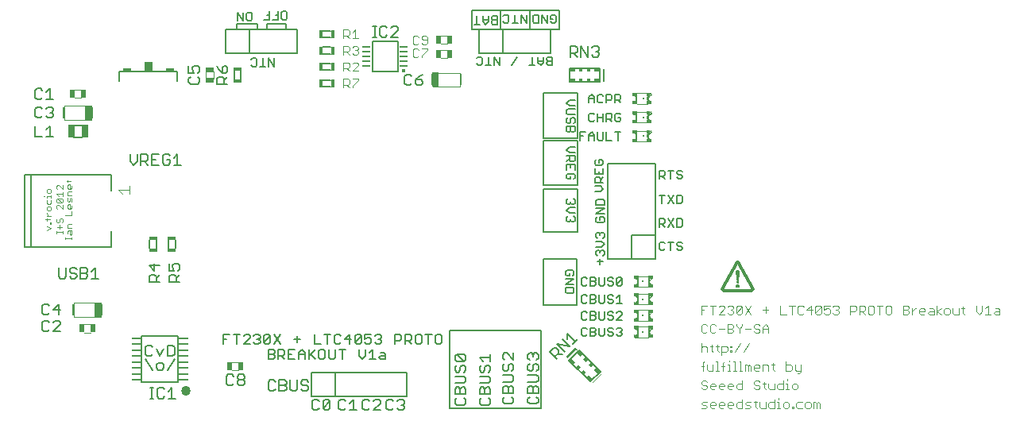
<source format=gto>
G75*
G70*
%OFA0B0*%
%FSLAX24Y24*%
%IPPOS*%
%LPD*%
%AMOC8*
5,1,8,0,0,1.08239X$1,22.5*
%
%ADD10C,0.0060*%
%ADD11C,0.0050*%
%ADD12C,0.0040*%
%ADD13C,0.0120*%
%ADD14C,0.0030*%
%ADD15R,0.0197X0.0374*%
%ADD16R,0.0197X0.0374*%
%ADD17R,0.0079X0.0472*%
%ADD18R,0.0256X0.0591*%
%ADD19R,0.0236X0.0118*%
%ADD20R,0.0157X0.0118*%
%ADD21R,0.0197X0.0118*%
%ADD22R,0.0039X0.0551*%
%ADD23R,0.0079X0.0551*%
%ADD24R,0.0079X0.0039*%
%ADD25R,0.0197X0.0128*%
%ADD26R,0.0098X0.0059*%
%ADD27R,0.0069X0.0157*%
%ADD28R,0.0079X0.0079*%
%ADD29R,0.0118X0.0118*%
%ADD30R,0.0030X0.0128*%
%ADD31R,0.0256X0.0551*%
%ADD32R,0.0354X0.0394*%
%ADD33R,0.0354X0.0118*%
%ADD34R,0.0374X0.0197*%
%ADD35R,0.0374X0.0197*%
%ADD36R,0.0374X0.0067*%
%ADD37C,0.0157*%
%ADD38R,0.0160X0.0340*%
%ADD39R,0.0340X0.0160*%
%ADD40C,0.0406*%
%ADD41R,0.0409X0.0098*%
D10*
X009352Y004708D02*
X009352Y006638D01*
X010892Y006638D01*
X010892Y004708D01*
X009352Y004708D01*
X009814Y005218D02*
X009520Y005659D01*
X009594Y005809D02*
X009741Y005809D01*
X009814Y005882D01*
X009594Y005809D02*
X009520Y005882D01*
X009520Y006176D01*
X009594Y006249D01*
X009741Y006249D01*
X009814Y006176D01*
X009981Y006102D02*
X010128Y005809D01*
X010274Y006102D01*
X010441Y006249D02*
X010661Y006249D01*
X010735Y006176D01*
X010735Y005882D01*
X010661Y005809D01*
X010441Y005809D01*
X010441Y006249D01*
X010735Y005659D02*
X010441Y005218D01*
X010274Y005292D02*
X010201Y005218D01*
X010054Y005218D01*
X009981Y005292D01*
X009981Y005439D01*
X010054Y005512D01*
X010201Y005512D01*
X010274Y005439D01*
X010274Y005292D01*
X012791Y006309D02*
X012791Y006709D01*
X013058Y006709D01*
X013215Y006709D02*
X013482Y006709D01*
X013348Y006709D02*
X013348Y006309D01*
X013638Y006309D02*
X013905Y006576D01*
X013905Y006642D01*
X013838Y006709D01*
X013705Y006709D01*
X013638Y006642D01*
X013638Y006309D02*
X013905Y006309D01*
X014062Y006376D02*
X014128Y006309D01*
X014262Y006309D01*
X014329Y006376D01*
X014329Y006442D01*
X014262Y006509D01*
X014195Y006509D01*
X014262Y006509D02*
X014329Y006576D01*
X014329Y006642D01*
X014262Y006709D01*
X014128Y006709D01*
X014062Y006642D01*
X014485Y006642D02*
X014485Y006376D01*
X014752Y006642D01*
X014752Y006376D01*
X014685Y006309D01*
X014552Y006309D01*
X014485Y006376D01*
X014485Y006642D02*
X014552Y006709D01*
X014685Y006709D01*
X014752Y006642D01*
X014909Y006709D02*
X015176Y006309D01*
X015093Y006084D02*
X015293Y006084D01*
X015360Y006017D01*
X015360Y005884D01*
X015293Y005817D01*
X015093Y005817D01*
X015226Y005817D02*
X015360Y005684D01*
X015516Y005684D02*
X015783Y005684D01*
X015940Y005684D02*
X015940Y005951D01*
X016073Y006084D01*
X016207Y005951D01*
X016207Y005684D01*
X016363Y005684D02*
X016363Y006084D01*
X016430Y005884D02*
X016630Y005684D01*
X016787Y005751D02*
X016854Y005684D01*
X016987Y005684D01*
X017054Y005751D01*
X017054Y006017D01*
X016987Y006084D01*
X016854Y006084D01*
X016787Y006017D01*
X016787Y005751D01*
X016630Y006084D02*
X016363Y005817D01*
X016207Y005884D02*
X015940Y005884D01*
X015783Y006084D02*
X015516Y006084D01*
X015516Y005684D01*
X015516Y005884D02*
X015650Y005884D01*
X015093Y005684D02*
X015093Y006084D01*
X014936Y006017D02*
X014936Y005951D01*
X014869Y005884D01*
X014669Y005884D01*
X014669Y005684D02*
X014869Y005684D01*
X014936Y005751D01*
X014936Y005817D01*
X014869Y005884D01*
X014936Y006017D02*
X014869Y006084D01*
X014669Y006084D01*
X014669Y005684D01*
X014909Y006309D02*
X015176Y006709D01*
X015756Y006509D02*
X016023Y006509D01*
X015889Y006642D02*
X015889Y006376D01*
X016603Y006309D02*
X016870Y006309D01*
X016603Y006309D02*
X016603Y006709D01*
X017027Y006709D02*
X017293Y006709D01*
X017160Y006709D02*
X017160Y006309D01*
X017210Y006084D02*
X017210Y005751D01*
X017277Y005684D01*
X017411Y005684D01*
X017477Y005751D01*
X017477Y006084D01*
X017634Y006084D02*
X017901Y006084D01*
X017767Y006084D02*
X017767Y005684D01*
X017471Y005098D02*
X016471Y005098D01*
X016471Y004098D01*
X017471Y004098D01*
X017471Y005098D01*
X020471Y005098D01*
X020471Y004098D01*
X017471Y004098D01*
X017628Y003892D02*
X017701Y003966D01*
X017848Y003966D01*
X017921Y003892D01*
X018088Y003819D02*
X018235Y003966D01*
X018235Y003525D01*
X018088Y003525D02*
X018382Y003525D01*
X018628Y003599D02*
X018701Y003525D01*
X018848Y003525D01*
X018921Y003599D01*
X019088Y003525D02*
X019382Y003819D01*
X019382Y003892D01*
X019308Y003966D01*
X019161Y003966D01*
X019088Y003892D01*
X018921Y003892D02*
X018848Y003966D01*
X018701Y003966D01*
X018628Y003892D01*
X018628Y003599D01*
X019088Y003525D02*
X019382Y003525D01*
X019628Y003599D02*
X019701Y003525D01*
X019848Y003525D01*
X019921Y003599D01*
X020088Y003599D02*
X020161Y003525D01*
X020308Y003525D01*
X020382Y003599D01*
X020382Y003672D01*
X020308Y003746D01*
X020235Y003746D01*
X020308Y003746D02*
X020382Y003819D01*
X020382Y003892D01*
X020308Y003966D01*
X020161Y003966D01*
X020088Y003892D01*
X019921Y003892D02*
X019848Y003966D01*
X019701Y003966D01*
X019628Y003892D01*
X019628Y003599D01*
X017921Y003599D02*
X017848Y003525D01*
X017701Y003525D01*
X017628Y003599D01*
X017628Y003892D01*
X017257Y003892D02*
X016963Y003599D01*
X017036Y003525D01*
X017183Y003525D01*
X017257Y003599D01*
X017257Y003892D01*
X017183Y003966D01*
X017036Y003966D01*
X016963Y003892D01*
X016963Y003599D01*
X016796Y003599D02*
X016723Y003525D01*
X016576Y003525D01*
X016503Y003599D01*
X016503Y003892D01*
X016576Y003966D01*
X016723Y003966D01*
X016796Y003892D01*
X018614Y005684D02*
X018748Y005817D01*
X018748Y006084D01*
X018905Y005951D02*
X019038Y006084D01*
X019038Y005684D01*
X018905Y005684D02*
X019171Y005684D01*
X019328Y005751D02*
X019395Y005817D01*
X019595Y005817D01*
X019595Y005884D02*
X019595Y005684D01*
X019395Y005684D01*
X019328Y005751D01*
X019395Y005951D02*
X019528Y005951D01*
X019595Y005884D01*
X019344Y006309D02*
X019211Y006309D01*
X019144Y006376D01*
X018988Y006376D02*
X018921Y006309D01*
X018787Y006309D01*
X018721Y006376D01*
X018721Y006509D02*
X018854Y006576D01*
X018921Y006576D01*
X018988Y006509D01*
X018988Y006376D01*
X018721Y006509D02*
X018721Y006709D01*
X018988Y006709D01*
X019144Y006642D02*
X019211Y006709D01*
X019344Y006709D01*
X019411Y006642D01*
X019411Y006576D01*
X019344Y006509D01*
X019411Y006442D01*
X019411Y006376D01*
X019344Y006309D01*
X019344Y006509D02*
X019278Y006509D01*
X019991Y006442D02*
X020192Y006442D01*
X020258Y006509D01*
X020258Y006642D01*
X020192Y006709D01*
X019991Y006709D01*
X019991Y006309D01*
X020415Y006309D02*
X020415Y006709D01*
X020615Y006709D01*
X020682Y006642D01*
X020682Y006509D01*
X020615Y006442D01*
X020415Y006442D01*
X020548Y006442D02*
X020682Y006309D01*
X020838Y006376D02*
X020905Y006309D01*
X021039Y006309D01*
X021105Y006376D01*
X021105Y006642D01*
X021039Y006709D01*
X020905Y006709D01*
X020838Y006642D01*
X020838Y006376D01*
X021262Y006709D02*
X021529Y006709D01*
X021395Y006709D02*
X021395Y006309D01*
X021686Y006376D02*
X021686Y006642D01*
X021752Y006709D01*
X021886Y006709D01*
X021952Y006642D01*
X021952Y006376D01*
X021886Y006309D01*
X021752Y006309D01*
X021686Y006376D01*
X022286Y006862D02*
X022286Y003614D01*
X026124Y003614D01*
X026124Y006862D01*
X022286Y006862D01*
X022578Y005877D02*
X022871Y005583D01*
X022945Y005657D01*
X022945Y005804D01*
X022871Y005877D01*
X022578Y005877D01*
X022504Y005804D01*
X022504Y005657D01*
X022578Y005583D01*
X022871Y005583D01*
X022871Y005417D02*
X022798Y005417D01*
X022725Y005343D01*
X022725Y005196D01*
X022651Y005123D01*
X022578Y005123D01*
X022504Y005196D01*
X022504Y005343D01*
X022578Y005417D01*
X022871Y005417D02*
X022945Y005343D01*
X022945Y005196D01*
X022871Y005123D01*
X022871Y004956D02*
X022504Y004956D01*
X022504Y004663D02*
X022871Y004663D01*
X022945Y004736D01*
X022945Y004883D01*
X022871Y004956D01*
X022871Y004496D02*
X022798Y004496D01*
X022725Y004422D01*
X022725Y004202D01*
X022945Y004202D02*
X022504Y004202D01*
X022504Y004422D01*
X022578Y004496D01*
X022651Y004496D01*
X022725Y004422D01*
X022871Y004496D02*
X022945Y004422D01*
X022945Y004202D01*
X022871Y004036D02*
X022945Y003962D01*
X022945Y003815D01*
X022871Y003742D01*
X022578Y003742D01*
X022504Y003815D01*
X022504Y003962D01*
X022578Y004036D01*
X023538Y003962D02*
X023538Y003815D01*
X023611Y003742D01*
X023905Y003742D01*
X023978Y003815D01*
X023978Y003962D01*
X023905Y004036D01*
X023978Y004202D02*
X023978Y004422D01*
X023905Y004496D01*
X023831Y004496D01*
X023758Y004422D01*
X023758Y004202D01*
X023538Y004202D02*
X023538Y004422D01*
X023611Y004496D01*
X023685Y004496D01*
X023758Y004422D01*
X023905Y004663D02*
X023538Y004663D01*
X023538Y004956D02*
X023905Y004956D01*
X023978Y004883D01*
X023978Y004736D01*
X023905Y004663D01*
X024522Y004712D02*
X024889Y004712D01*
X024962Y004785D01*
X024962Y004932D01*
X024889Y005005D01*
X024522Y005005D01*
X024595Y005172D02*
X024669Y005172D01*
X024742Y005246D01*
X024742Y005392D01*
X024816Y005466D01*
X024889Y005466D01*
X024962Y005392D01*
X024962Y005246D01*
X024889Y005172D01*
X024595Y005172D02*
X024522Y005246D01*
X024522Y005392D01*
X024595Y005466D01*
X024595Y005633D02*
X024522Y005706D01*
X024522Y005853D01*
X024595Y005926D01*
X024669Y005926D01*
X024962Y005633D01*
X024962Y005926D01*
X025556Y005853D02*
X025556Y005706D01*
X025629Y005633D01*
X025629Y005466D02*
X025556Y005392D01*
X025556Y005246D01*
X025629Y005172D01*
X025702Y005172D01*
X025776Y005246D01*
X025776Y005392D01*
X025849Y005466D01*
X025923Y005466D01*
X025996Y005392D01*
X025996Y005246D01*
X025923Y005172D01*
X025923Y005005D02*
X025556Y005005D01*
X025923Y005005D02*
X025996Y004932D01*
X025996Y004785D01*
X025923Y004712D01*
X025556Y004712D01*
X025629Y004545D02*
X025556Y004472D01*
X025556Y004252D01*
X025996Y004252D01*
X025996Y004472D01*
X025923Y004545D01*
X025849Y004545D01*
X025776Y004472D01*
X025776Y004252D01*
X025776Y004472D02*
X025702Y004545D01*
X025629Y004545D01*
X025629Y004085D02*
X025556Y004011D01*
X025556Y003865D01*
X025629Y003791D01*
X025923Y003791D01*
X025996Y003865D01*
X025996Y004011D01*
X025923Y004085D01*
X024962Y004011D02*
X024962Y003865D01*
X024889Y003791D01*
X024595Y003791D01*
X024522Y003865D01*
X024522Y004011D01*
X024595Y004085D01*
X024522Y004252D02*
X024522Y004472D01*
X024595Y004545D01*
X024669Y004545D01*
X024742Y004472D01*
X024742Y004252D01*
X024742Y004472D02*
X024816Y004545D01*
X024889Y004545D01*
X024962Y004472D01*
X024962Y004252D01*
X024522Y004252D01*
X024889Y004085D02*
X024962Y004011D01*
X023978Y004202D02*
X023538Y004202D01*
X023611Y004036D02*
X023538Y003962D01*
X023611Y005123D02*
X023685Y005123D01*
X023758Y005196D01*
X023758Y005343D01*
X023831Y005417D01*
X023905Y005417D01*
X023978Y005343D01*
X023978Y005196D01*
X023905Y005123D01*
X023611Y005123D02*
X023538Y005196D01*
X023538Y005343D01*
X023611Y005417D01*
X023685Y005583D02*
X023538Y005730D01*
X023978Y005730D01*
X023978Y005583D02*
X023978Y005877D01*
X025556Y005853D02*
X025629Y005926D01*
X025702Y005926D01*
X025776Y005853D01*
X025849Y005926D01*
X025923Y005926D01*
X025996Y005853D01*
X025996Y005706D01*
X025923Y005633D01*
X025776Y005779D02*
X025776Y005853D01*
X027291Y005622D02*
X027709Y006039D01*
X028599Y005149D01*
X028182Y004731D01*
X027291Y005622D01*
X027601Y007944D02*
X026223Y007944D01*
X026223Y009864D01*
X027601Y009864D01*
X027601Y007944D01*
X028914Y009881D02*
X028914Y013881D01*
X030914Y013881D01*
X030914Y010881D01*
X029914Y010881D01*
X029914Y009881D01*
X028914Y009881D01*
X029914Y009881D02*
X030914Y009881D01*
X030914Y010881D01*
X027650Y010995D02*
X027650Y012816D01*
X026223Y012816D01*
X026223Y010995D01*
X027650Y010995D01*
X027650Y012964D02*
X026223Y012964D01*
X026223Y014834D01*
X027650Y014834D01*
X027650Y012964D01*
X027650Y014932D02*
X026223Y014932D01*
X026223Y016852D01*
X027650Y016852D01*
X027650Y014932D01*
X027315Y017295D02*
X027315Y017885D01*
X028575Y017885D01*
X028575Y017295D01*
X027315Y017295D01*
X026508Y018517D02*
X024508Y018517D01*
X024508Y019517D01*
X026508Y019517D01*
X026863Y019509D02*
X025632Y019509D01*
X024402Y019509D01*
X023221Y019509D01*
X023221Y020297D01*
X024402Y020297D01*
X025632Y020297D01*
X026863Y020297D01*
X026863Y019509D01*
X025632Y019509D02*
X025632Y020297D01*
X024402Y020297D02*
X024402Y019509D01*
X024508Y019517D02*
X023508Y019517D01*
X023508Y018517D01*
X024508Y018517D01*
X020113Y019017D02*
X020113Y017738D01*
X019030Y017738D01*
X019030Y019017D01*
X020113Y019017D01*
X017289Y019172D02*
X016948Y019172D01*
X016948Y018764D02*
X017289Y018764D01*
X017289Y018483D02*
X016948Y018483D01*
X016948Y018075D02*
X017289Y018075D01*
X017289Y017794D02*
X016948Y017794D01*
X016948Y017386D02*
X017289Y017386D01*
X017289Y017105D02*
X016948Y017105D01*
X015878Y018517D02*
X013878Y018517D01*
X013878Y019517D01*
X015878Y019517D01*
X015396Y019509D02*
X015396Y019755D01*
X014609Y019755D01*
X014609Y019509D01*
X014215Y019509D02*
X014215Y019755D01*
X013329Y019755D01*
X013329Y019509D01*
X012878Y019517D02*
X013878Y019517D01*
X012878Y019517D02*
X012878Y018517D01*
X013878Y018517D01*
X013518Y017760D02*
X013518Y017420D01*
X013238Y017420D02*
X013238Y017760D01*
X010859Y017747D02*
X010859Y017326D01*
X010859Y017747D02*
X008418Y017747D01*
X008418Y017326D01*
X006847Y015478D02*
X006524Y015478D01*
X006524Y014978D02*
X006847Y014978D01*
X009695Y010673D02*
X009695Y010333D01*
X009975Y010333D02*
X009975Y010673D01*
X010482Y010673D02*
X010482Y010333D01*
X010763Y010333D02*
X010763Y010673D01*
X017450Y006642D02*
X017450Y006376D01*
X017517Y006309D01*
X017650Y006309D01*
X017717Y006376D01*
X017874Y006509D02*
X018074Y006709D01*
X018074Y006309D01*
X018141Y006509D02*
X017874Y006509D01*
X017717Y006642D02*
X017650Y006709D01*
X017517Y006709D01*
X017450Y006642D01*
X018297Y006642D02*
X018297Y006376D01*
X018564Y006642D01*
X018564Y006376D01*
X018497Y006309D01*
X018364Y006309D01*
X018297Y006376D01*
X018297Y006642D02*
X018364Y006709D01*
X018497Y006709D01*
X018564Y006642D01*
X018481Y006084D02*
X018481Y005817D01*
X018614Y005684D01*
X012925Y006509D02*
X012791Y006509D01*
X016948Y019453D02*
X017289Y019453D01*
D11*
X015878Y019517D02*
X015878Y018517D01*
X014928Y018303D02*
X014928Y017953D01*
X014695Y018303D01*
X014695Y017953D01*
X014560Y017953D02*
X014326Y017953D01*
X014443Y017953D02*
X014443Y018303D01*
X014191Y018245D02*
X014133Y018303D01*
X014016Y018303D01*
X013958Y018245D01*
X014191Y018245D02*
X014191Y018011D01*
X014133Y017953D01*
X014016Y017953D01*
X013958Y018011D01*
X012960Y017907D02*
X012960Y017757D01*
X012885Y017682D01*
X012734Y017682D01*
X012734Y017907D01*
X012809Y017982D01*
X012885Y017982D01*
X012960Y017907D01*
X012734Y017682D02*
X012584Y017832D01*
X012509Y017982D01*
X012584Y017521D02*
X012734Y017521D01*
X012809Y017446D01*
X012809Y017221D01*
X012809Y017371D02*
X012960Y017521D01*
X012960Y017221D02*
X012509Y017221D01*
X012509Y017446D01*
X012584Y017521D01*
X011778Y017446D02*
X011778Y017296D01*
X011703Y017221D01*
X011403Y017221D01*
X011328Y017296D01*
X011328Y017446D01*
X011403Y017521D01*
X011328Y017682D02*
X011553Y017682D01*
X011478Y017832D01*
X011478Y017907D01*
X011553Y017982D01*
X011703Y017982D01*
X011778Y017907D01*
X011778Y017757D01*
X011703Y017682D01*
X011703Y017521D02*
X011778Y017446D01*
X011328Y017682D02*
X011328Y017982D01*
X013391Y019872D02*
X013391Y020222D01*
X013625Y019872D01*
X013625Y020222D01*
X013760Y020164D02*
X013760Y019931D01*
X013818Y019872D01*
X013935Y019872D01*
X013993Y019931D01*
X013993Y020164D01*
X013935Y020222D01*
X013818Y020222D01*
X013760Y020164D01*
X014486Y019917D02*
X014720Y019917D01*
X014720Y020268D01*
X014720Y020093D02*
X014603Y020093D01*
X014855Y019917D02*
X015088Y019917D01*
X015088Y020268D01*
X015223Y020209D02*
X015281Y020268D01*
X015398Y020268D01*
X015457Y020209D01*
X015457Y019976D01*
X015398Y019917D01*
X015281Y019917D01*
X015223Y019976D01*
X015223Y020209D01*
X015088Y020093D02*
X014972Y020093D01*
X019055Y019640D02*
X019205Y019640D01*
X019130Y019640D02*
X019130Y019190D01*
X019055Y019190D02*
X019205Y019190D01*
X019362Y019265D02*
X019437Y019190D01*
X019587Y019190D01*
X019662Y019265D01*
X019822Y019190D02*
X020122Y019490D01*
X020122Y019565D01*
X020047Y019640D01*
X019897Y019640D01*
X019822Y019565D01*
X019662Y019565D02*
X019587Y019640D01*
X019437Y019640D01*
X019362Y019565D01*
X019362Y019265D01*
X019822Y019190D02*
X020122Y019190D01*
X020466Y017622D02*
X020391Y017547D01*
X020391Y017247D01*
X020466Y017172D01*
X020617Y017172D01*
X020692Y017247D01*
X020852Y017247D02*
X020927Y017172D01*
X021077Y017172D01*
X021152Y017247D01*
X021152Y017322D01*
X021077Y017397D01*
X020852Y017397D01*
X020852Y017247D01*
X020852Y017397D02*
X021002Y017547D01*
X021152Y017622D01*
X020692Y017547D02*
X020617Y017622D01*
X020466Y017622D01*
X023411Y018060D02*
X023470Y018002D01*
X023587Y018002D01*
X023645Y018060D01*
X023645Y018294D01*
X023587Y018352D01*
X023470Y018352D01*
X023411Y018294D01*
X023780Y018002D02*
X024013Y018002D01*
X023897Y018002D02*
X023897Y018352D01*
X024148Y018352D02*
X024148Y018002D01*
X024382Y018002D02*
X024148Y018352D01*
X024382Y018352D02*
X024382Y018002D01*
X024885Y018002D02*
X025118Y018352D01*
X025621Y018002D02*
X025855Y018002D01*
X025738Y018002D02*
X025738Y018352D01*
X025990Y018352D02*
X025990Y018119D01*
X026106Y018002D01*
X026223Y018119D01*
X026223Y018352D01*
X026358Y018294D02*
X026416Y018352D01*
X026591Y018352D01*
X026591Y018002D01*
X026416Y018002D01*
X026358Y018060D01*
X026358Y018119D01*
X026416Y018177D01*
X026591Y018177D01*
X026416Y018177D02*
X026358Y018236D01*
X026358Y018294D01*
X026223Y018177D02*
X025990Y018177D01*
X026508Y018517D02*
X026508Y019517D01*
X026563Y019770D02*
X026505Y019828D01*
X026563Y019770D02*
X026680Y019770D01*
X026738Y019828D01*
X026738Y020062D01*
X026680Y020120D01*
X026563Y020120D01*
X026505Y020062D01*
X026505Y019945D01*
X026621Y019945D01*
X026370Y020120D02*
X026370Y019770D01*
X026136Y020120D01*
X026136Y019770D01*
X026001Y019770D02*
X026001Y020120D01*
X025826Y020120D01*
X025768Y020062D01*
X025768Y019828D01*
X025826Y019770D01*
X026001Y019770D01*
X025498Y019770D02*
X025264Y020120D01*
X025264Y019770D01*
X025130Y019770D02*
X024896Y019770D01*
X025013Y019770D02*
X025013Y020120D01*
X024761Y020062D02*
X024703Y020120D01*
X024586Y020120D01*
X024528Y020062D01*
X024761Y020062D02*
X024761Y019828D01*
X024703Y019770D01*
X024586Y019770D01*
X024528Y019828D01*
X024266Y019896D02*
X024091Y019896D01*
X024032Y019954D01*
X024032Y020012D01*
X024091Y020071D01*
X024266Y020071D01*
X024266Y019721D01*
X024091Y019721D01*
X024032Y019779D01*
X024032Y019837D01*
X024091Y019896D01*
X023897Y019896D02*
X023664Y019896D01*
X023664Y019837D02*
X023664Y020071D01*
X023897Y020071D02*
X023897Y019837D01*
X023781Y019721D01*
X023664Y019837D01*
X023529Y019721D02*
X023296Y019721D01*
X023412Y019721D02*
X023412Y020071D01*
X025498Y020120D02*
X025498Y019770D01*
X027330Y018803D02*
X027556Y018803D01*
X027631Y018728D01*
X027631Y018578D01*
X027556Y018503D01*
X027330Y018503D01*
X027330Y018353D02*
X027330Y018803D01*
X027481Y018503D02*
X027631Y018353D01*
X027791Y018353D02*
X027791Y018803D01*
X028091Y018353D01*
X028091Y018803D01*
X028251Y018728D02*
X028326Y018803D01*
X028476Y018803D01*
X028551Y018728D01*
X028551Y018653D01*
X028476Y018578D01*
X028551Y018503D01*
X028551Y018428D01*
X028476Y018353D01*
X028326Y018353D01*
X028251Y018428D01*
X028401Y018578D02*
X028476Y018578D01*
X028548Y016778D02*
X028489Y016719D01*
X028489Y016486D01*
X028548Y016428D01*
X028664Y016428D01*
X028723Y016486D01*
X028858Y016544D02*
X029033Y016544D01*
X029091Y016603D01*
X029091Y016719D01*
X029033Y016778D01*
X028858Y016778D01*
X028858Y016428D01*
X028723Y016719D02*
X028664Y016778D01*
X028548Y016778D01*
X028354Y016661D02*
X028354Y016428D01*
X028354Y016603D02*
X028121Y016603D01*
X028121Y016661D02*
X028238Y016778D01*
X028354Y016661D01*
X028121Y016661D02*
X028121Y016428D01*
X027537Y016530D02*
X027303Y016530D01*
X027187Y016414D01*
X027303Y016297D01*
X027537Y016297D01*
X027537Y016162D02*
X027245Y016162D01*
X027187Y016104D01*
X027187Y015987D01*
X027245Y015929D01*
X027537Y015929D01*
X027479Y015794D02*
X027420Y015794D01*
X027362Y015736D01*
X027362Y015619D01*
X027303Y015560D01*
X027245Y015560D01*
X027187Y015619D01*
X027187Y015736D01*
X027245Y015794D01*
X027479Y015794D02*
X027537Y015736D01*
X027537Y015619D01*
X027479Y015560D01*
X027537Y015426D02*
X027187Y015426D01*
X027187Y015250D01*
X027245Y015192D01*
X027303Y015192D01*
X027362Y015250D01*
X027362Y015426D01*
X027537Y015426D02*
X027537Y015250D01*
X027479Y015192D01*
X027420Y015192D01*
X027362Y015250D01*
X027753Y015203D02*
X027986Y015203D01*
X028121Y015086D02*
X028238Y015203D01*
X028354Y015086D01*
X028354Y014853D01*
X028489Y014911D02*
X028548Y014853D01*
X028664Y014853D01*
X028723Y014911D01*
X028723Y015203D01*
X028858Y015203D02*
X028858Y014853D01*
X029091Y014853D01*
X029343Y014853D02*
X029343Y015203D01*
X029459Y015203D02*
X029226Y015203D01*
X028489Y015203D02*
X028489Y014911D01*
X028354Y015028D02*
X028121Y015028D01*
X028121Y015086D02*
X028121Y014853D01*
X027869Y015028D02*
X027753Y015028D01*
X027753Y014853D02*
X027753Y015203D01*
X028179Y015640D02*
X028296Y015640D01*
X028354Y015698D01*
X028489Y015640D02*
X028489Y015990D01*
X028354Y015932D02*
X028296Y015990D01*
X028179Y015990D01*
X028121Y015932D01*
X028121Y015698D01*
X028179Y015640D01*
X028489Y015815D02*
X028723Y015815D01*
X028858Y015757D02*
X029033Y015757D01*
X029091Y015815D01*
X029091Y015932D01*
X029033Y015990D01*
X028858Y015990D01*
X028858Y015640D01*
X028723Y015640D02*
X028723Y015990D01*
X028974Y015757D02*
X029091Y015640D01*
X029226Y015698D02*
X029284Y015640D01*
X029401Y015640D01*
X029459Y015698D01*
X029459Y015815D01*
X029343Y015815D01*
X029459Y015932D02*
X029401Y015990D01*
X029284Y015990D01*
X029226Y015932D01*
X029226Y015698D01*
X029226Y016428D02*
X029226Y016778D01*
X029401Y016778D01*
X029459Y016719D01*
X029459Y016603D01*
X029401Y016544D01*
X029226Y016544D01*
X029343Y016544D02*
X029459Y016428D01*
X027537Y014562D02*
X027303Y014562D01*
X027187Y014445D01*
X027303Y014328D01*
X027537Y014328D01*
X027537Y014194D02*
X027537Y014019D01*
X027479Y013960D01*
X027362Y013960D01*
X027303Y014019D01*
X027303Y014194D01*
X027187Y014194D02*
X027537Y014194D01*
X027303Y014077D02*
X027187Y013960D01*
X027187Y013825D02*
X027187Y013592D01*
X027245Y013457D02*
X027187Y013399D01*
X027187Y013282D01*
X027245Y013224D01*
X027362Y013224D01*
X027362Y013340D01*
X027479Y013224D02*
X027537Y013282D01*
X027537Y013399D01*
X027479Y013457D01*
X027245Y013457D01*
X027362Y013709D02*
X027362Y013825D01*
X027537Y013825D02*
X027187Y013825D01*
X027537Y013825D02*
X027537Y013592D01*
X028364Y013667D02*
X028364Y013433D01*
X028714Y013433D01*
X028714Y013667D01*
X028656Y013802D02*
X028714Y013860D01*
X028714Y013977D01*
X028656Y014035D01*
X028539Y014035D01*
X028539Y013918D01*
X028422Y013802D02*
X028656Y013802D01*
X028422Y013802D02*
X028364Y013860D01*
X028364Y013977D01*
X028422Y014035D01*
X028539Y013550D02*
X028539Y013433D01*
X028539Y013299D02*
X028597Y013240D01*
X028597Y013065D01*
X028597Y013182D02*
X028714Y013299D01*
X028539Y013299D02*
X028422Y013299D01*
X028364Y013240D01*
X028364Y013065D01*
X028714Y013065D01*
X028597Y012930D02*
X028364Y012930D01*
X028597Y012930D02*
X028714Y012814D01*
X028597Y012697D01*
X028364Y012697D01*
X028471Y012362D02*
X028413Y012304D01*
X028413Y012129D01*
X028763Y012129D01*
X028763Y012304D01*
X028705Y012362D01*
X028471Y012362D01*
X028413Y011994D02*
X028763Y011994D01*
X028413Y011760D01*
X028763Y011760D01*
X028705Y011625D02*
X028588Y011625D01*
X028588Y011509D01*
X028705Y011625D02*
X028763Y011567D01*
X028763Y011450D01*
X028705Y011392D01*
X028471Y011392D01*
X028413Y011450D01*
X028413Y011567D01*
X028471Y011625D01*
X027537Y011602D02*
X027537Y011485D01*
X027479Y011426D01*
X027420Y011426D01*
X027362Y011485D01*
X027303Y011426D01*
X027245Y011426D01*
X027187Y011485D01*
X027187Y011602D01*
X027245Y011660D01*
X027303Y011795D02*
X027537Y011795D01*
X027479Y011660D02*
X027537Y011602D01*
X027362Y011543D02*
X027362Y011485D01*
X027303Y011795D02*
X027187Y011912D01*
X027303Y012028D01*
X027537Y012028D01*
X027479Y012163D02*
X027420Y012163D01*
X027362Y012221D01*
X027303Y012163D01*
X027245Y012163D01*
X027187Y012221D01*
X027187Y012338D01*
X027245Y012397D01*
X027362Y012280D02*
X027362Y012221D01*
X027479Y012163D02*
X027537Y012221D01*
X027537Y012338D01*
X027479Y012397D01*
X028471Y010984D02*
X028530Y010984D01*
X028588Y010926D01*
X028646Y010984D01*
X028705Y010984D01*
X028763Y010926D01*
X028763Y010809D01*
X028705Y010751D01*
X028646Y010616D02*
X028413Y010616D01*
X028471Y010751D02*
X028413Y010809D01*
X028413Y010926D01*
X028471Y010984D01*
X028588Y010926D02*
X028588Y010867D01*
X028646Y010616D02*
X028763Y010499D01*
X028646Y010382D01*
X028413Y010382D01*
X028471Y010247D02*
X028530Y010247D01*
X028588Y010189D01*
X028646Y010247D01*
X028705Y010247D01*
X028763Y010189D01*
X028763Y010072D01*
X028705Y010014D01*
X028588Y010131D02*
X028588Y010189D01*
X028471Y010247D02*
X028413Y010189D01*
X028413Y010072D01*
X028471Y010014D01*
X028588Y009879D02*
X028588Y009646D01*
X028471Y009762D02*
X028705Y009762D01*
X027488Y009336D02*
X027429Y009395D01*
X027196Y009395D01*
X027138Y009336D01*
X027138Y009220D01*
X027196Y009161D01*
X027313Y009161D01*
X027313Y009278D01*
X027429Y009161D02*
X027488Y009220D01*
X027488Y009336D01*
X027488Y009026D02*
X027138Y009026D01*
X027138Y008793D02*
X027488Y008793D01*
X027488Y008658D02*
X027138Y008658D01*
X027138Y008483D01*
X027196Y008425D01*
X027429Y008425D01*
X027488Y008483D01*
X027488Y008658D01*
X027810Y008809D02*
X027868Y008750D01*
X027985Y008750D01*
X028043Y008809D01*
X028178Y008750D02*
X028353Y008750D01*
X028412Y008809D01*
X028412Y008867D01*
X028353Y008925D01*
X028178Y008925D01*
X028178Y008750D02*
X028178Y009101D01*
X028353Y009101D01*
X028412Y009042D01*
X028412Y008984D01*
X028353Y008925D01*
X028546Y008809D02*
X028605Y008750D01*
X028721Y008750D01*
X028780Y008809D01*
X028780Y009101D01*
X028915Y009042D02*
X028915Y008984D01*
X028973Y008925D01*
X029090Y008925D01*
X029148Y008867D01*
X029148Y008809D01*
X029090Y008750D01*
X028973Y008750D01*
X028915Y008809D01*
X028915Y009042D02*
X028973Y009101D01*
X029090Y009101D01*
X029148Y009042D01*
X029283Y009042D02*
X029283Y008809D01*
X029516Y009042D01*
X029516Y008809D01*
X029458Y008750D01*
X029341Y008750D01*
X029283Y008809D01*
X029283Y009042D02*
X029341Y009101D01*
X029458Y009101D01*
X029516Y009042D01*
X028546Y009101D02*
X028546Y008809D01*
X028043Y009042D02*
X027985Y009101D01*
X027868Y009101D01*
X027810Y009042D01*
X027810Y008809D01*
X027488Y009026D02*
X027138Y008793D01*
X027810Y008304D02*
X027810Y008071D01*
X027868Y008012D01*
X027985Y008012D01*
X028043Y008071D01*
X028178Y008012D02*
X028353Y008012D01*
X028412Y008071D01*
X028412Y008129D01*
X028353Y008187D01*
X028178Y008187D01*
X028178Y008012D02*
X028178Y008362D01*
X028353Y008362D01*
X028412Y008304D01*
X028412Y008246D01*
X028353Y008187D01*
X028546Y008071D02*
X028546Y008362D01*
X028780Y008362D02*
X028780Y008071D01*
X028721Y008012D01*
X028605Y008012D01*
X028546Y008071D01*
X028915Y008071D02*
X028973Y008012D01*
X029090Y008012D01*
X029148Y008071D01*
X029148Y008129D01*
X029090Y008187D01*
X028973Y008187D01*
X028915Y008246D01*
X028915Y008304D01*
X028973Y008362D01*
X029090Y008362D01*
X029148Y008304D01*
X029283Y008246D02*
X029400Y008362D01*
X029400Y008012D01*
X029516Y008012D02*
X029283Y008012D01*
X029341Y007673D02*
X029283Y007615D01*
X029341Y007673D02*
X029458Y007673D01*
X029516Y007615D01*
X029516Y007557D01*
X029283Y007323D01*
X029516Y007323D01*
X029458Y006984D02*
X029516Y006926D01*
X029516Y006868D01*
X029458Y006809D01*
X029516Y006751D01*
X029516Y006693D01*
X029458Y006634D01*
X029341Y006634D01*
X029283Y006693D01*
X029148Y006693D02*
X029090Y006634D01*
X028973Y006634D01*
X028915Y006693D01*
X028973Y006809D02*
X029090Y006809D01*
X029148Y006751D01*
X029148Y006693D01*
X028973Y006809D02*
X028915Y006868D01*
X028915Y006926D01*
X028973Y006984D01*
X029090Y006984D01*
X029148Y006926D01*
X029283Y006926D02*
X029341Y006984D01*
X029458Y006984D01*
X029458Y006809D02*
X029400Y006809D01*
X029090Y007323D02*
X028973Y007323D01*
X028915Y007382D01*
X028973Y007498D02*
X029090Y007498D01*
X029148Y007440D01*
X029148Y007382D01*
X029090Y007323D01*
X028973Y007498D02*
X028915Y007557D01*
X028915Y007615D01*
X028973Y007673D01*
X029090Y007673D01*
X029148Y007615D01*
X028780Y007673D02*
X028780Y007382D01*
X028721Y007323D01*
X028605Y007323D01*
X028546Y007382D01*
X028546Y007673D01*
X028412Y007615D02*
X028353Y007673D01*
X028178Y007673D01*
X028178Y007323D01*
X028353Y007323D01*
X028412Y007382D01*
X028412Y007440D01*
X028353Y007498D01*
X028178Y007498D01*
X028353Y007498D02*
X028412Y007557D01*
X028412Y007615D01*
X028043Y007615D02*
X027985Y007673D01*
X027868Y007673D01*
X027810Y007615D01*
X027810Y007382D01*
X027868Y007323D01*
X027985Y007323D01*
X028043Y007382D01*
X027985Y006984D02*
X027868Y006984D01*
X027810Y006926D01*
X027810Y006693D01*
X027868Y006634D01*
X027985Y006634D01*
X028043Y006693D01*
X028178Y006634D02*
X028353Y006634D01*
X028412Y006693D01*
X028412Y006751D01*
X028353Y006809D01*
X028178Y006809D01*
X028178Y006634D02*
X028178Y006984D01*
X028353Y006984D01*
X028412Y006926D01*
X028412Y006868D01*
X028353Y006809D01*
X028546Y006693D02*
X028605Y006634D01*
X028721Y006634D01*
X028780Y006693D01*
X028780Y006984D01*
X028546Y006984D02*
X028546Y006693D01*
X028043Y006926D02*
X027985Y006984D01*
X027651Y006521D02*
X027439Y006309D01*
X027545Y006415D02*
X027227Y006734D01*
X027227Y006521D01*
X027007Y006514D02*
X027326Y006196D01*
X026795Y006302D01*
X027113Y005984D01*
X027000Y005870D02*
X026788Y005870D01*
X026841Y005923D02*
X026682Y005764D01*
X026788Y005658D02*
X026469Y005977D01*
X026629Y006136D01*
X026735Y006136D01*
X026841Y006030D01*
X026841Y005923D01*
X027810Y008304D02*
X027868Y008362D01*
X027985Y008362D01*
X028043Y008304D01*
X031071Y010291D02*
X031129Y010233D01*
X031246Y010233D01*
X031304Y010291D01*
X031071Y010291D02*
X031071Y010525D01*
X031129Y010583D01*
X031246Y010583D01*
X031304Y010525D01*
X031439Y010583D02*
X031672Y010583D01*
X031556Y010583D02*
X031556Y010233D01*
X031807Y010291D02*
X031866Y010233D01*
X031982Y010233D01*
X032041Y010291D01*
X032041Y010350D01*
X031982Y010408D01*
X031866Y010408D01*
X031807Y010467D01*
X031807Y010525D01*
X031866Y010583D01*
X031982Y010583D01*
X032041Y010525D01*
X031982Y011217D02*
X032041Y011276D01*
X032041Y011509D01*
X031982Y011568D01*
X031807Y011568D01*
X031807Y011217D01*
X031982Y011217D01*
X031672Y011217D02*
X031439Y011568D01*
X031304Y011509D02*
X031246Y011568D01*
X031071Y011568D01*
X031071Y011217D01*
X031071Y011334D02*
X031246Y011334D01*
X031304Y011392D01*
X031304Y011509D01*
X031187Y011334D02*
X031304Y011217D01*
X031439Y011217D02*
X031672Y011568D01*
X031672Y012202D02*
X031439Y012552D01*
X031304Y012552D02*
X031071Y012552D01*
X031187Y012552D02*
X031187Y012202D01*
X031439Y012202D02*
X031672Y012552D01*
X031807Y012552D02*
X031982Y012552D01*
X032041Y012493D01*
X032041Y012260D01*
X031982Y012202D01*
X031807Y012202D01*
X031807Y012552D01*
X031866Y013235D02*
X031807Y013293D01*
X031866Y013235D02*
X031982Y013235D01*
X032041Y013293D01*
X032041Y013352D01*
X031982Y013410D01*
X031866Y013410D01*
X031807Y013469D01*
X031807Y013527D01*
X031866Y013585D01*
X031982Y013585D01*
X032041Y013527D01*
X031672Y013585D02*
X031439Y013585D01*
X031556Y013585D02*
X031556Y013235D01*
X031304Y013235D02*
X031187Y013352D01*
X031246Y013352D02*
X031071Y013352D01*
X031071Y013235D02*
X031071Y013585D01*
X031246Y013585D01*
X031304Y013527D01*
X031304Y013410D01*
X031246Y013352D01*
X034313Y009332D02*
X034412Y009332D01*
X034363Y008889D01*
X034313Y009332D01*
X034318Y009290D02*
X034407Y009290D01*
X034402Y009242D02*
X034323Y009242D01*
X034329Y009193D02*
X034396Y009193D01*
X034391Y009145D02*
X034334Y009145D01*
X034340Y009096D02*
X034386Y009096D01*
X034380Y009048D02*
X034345Y009048D01*
X034350Y008999D02*
X034375Y008999D01*
X034369Y008951D02*
X034356Y008951D01*
X034361Y008902D02*
X034364Y008902D01*
X034314Y008741D02*
X034316Y008754D01*
X034321Y008766D01*
X034330Y008777D01*
X034340Y008785D01*
X034353Y008789D01*
X034366Y008790D01*
X034379Y008787D01*
X034391Y008781D01*
X034401Y008772D01*
X034408Y008761D01*
X034412Y008748D01*
X034412Y008734D01*
X034408Y008721D01*
X034401Y008710D01*
X034391Y008701D01*
X034379Y008695D01*
X034366Y008692D01*
X034353Y008693D01*
X034340Y008697D01*
X034330Y008705D01*
X034321Y008716D01*
X034316Y008728D01*
X034314Y008741D01*
X034314Y009332D02*
X034316Y009345D01*
X034321Y009356D01*
X034328Y009367D01*
X034339Y009374D01*
X034350Y009379D01*
X034363Y009381D01*
X034376Y009379D01*
X034388Y009374D01*
X034398Y009367D01*
X034405Y009356D01*
X034410Y009345D01*
X034412Y009332D01*
X016349Y004719D02*
X016274Y004794D01*
X016124Y004794D01*
X016049Y004719D01*
X016049Y004644D01*
X016124Y004568D01*
X016274Y004568D01*
X016349Y004493D01*
X016349Y004418D01*
X016274Y004343D01*
X016124Y004343D01*
X016049Y004418D01*
X015889Y004418D02*
X015889Y004794D01*
X015589Y004794D02*
X015589Y004418D01*
X015664Y004343D01*
X015814Y004343D01*
X015889Y004418D01*
X015429Y004418D02*
X015429Y004493D01*
X015354Y004568D01*
X015128Y004568D01*
X014968Y004418D02*
X014893Y004343D01*
X014743Y004343D01*
X014668Y004418D01*
X014668Y004719D01*
X014743Y004794D01*
X014893Y004794D01*
X014968Y004719D01*
X015128Y004794D02*
X015128Y004343D01*
X015354Y004343D01*
X015429Y004418D01*
X015354Y004568D02*
X015429Y004644D01*
X015429Y004719D01*
X015354Y004794D01*
X015128Y004794D01*
X013672Y004724D02*
X013672Y004649D01*
X013597Y004574D01*
X013447Y004574D01*
X013371Y004649D01*
X013371Y004724D01*
X013447Y004799D01*
X013597Y004799D01*
X013672Y004724D01*
X013597Y004799D02*
X013672Y004874D01*
X013672Y004949D01*
X013597Y005024D01*
X013447Y005024D01*
X013371Y004949D01*
X013371Y004874D01*
X013447Y004799D01*
X013211Y004949D02*
X013136Y005024D01*
X012986Y005024D01*
X012911Y004949D01*
X012911Y004649D01*
X012986Y004574D01*
X013136Y004574D01*
X013211Y004649D01*
X010775Y004016D02*
X010474Y004016D01*
X010624Y004016D02*
X010624Y004467D01*
X010474Y004317D01*
X010314Y004392D02*
X010239Y004467D01*
X010089Y004467D01*
X010014Y004392D01*
X010014Y004092D01*
X010089Y004016D01*
X010239Y004016D01*
X010314Y004092D01*
X009857Y004016D02*
X009707Y004016D01*
X009782Y004016D02*
X009782Y004467D01*
X009707Y004467D02*
X009857Y004467D01*
X005945Y006837D02*
X005645Y006837D01*
X005945Y007138D01*
X005945Y007213D01*
X005870Y007288D01*
X005720Y007288D01*
X005645Y007213D01*
X005485Y007213D02*
X005410Y007288D01*
X005260Y007288D01*
X005185Y007213D01*
X005185Y006912D01*
X005260Y006837D01*
X005410Y006837D01*
X005485Y006912D01*
X005410Y007526D02*
X005485Y007601D01*
X005410Y007526D02*
X005260Y007526D01*
X005185Y007601D01*
X005185Y007902D01*
X005260Y007977D01*
X005410Y007977D01*
X005485Y007902D01*
X005645Y007751D02*
X005870Y007977D01*
X005870Y007526D01*
X005945Y007751D02*
X005645Y007751D01*
X005949Y009052D02*
X005874Y009127D01*
X005874Y009502D01*
X006174Y009502D02*
X006174Y009127D01*
X006099Y009052D01*
X005949Y009052D01*
X006334Y009127D02*
X006409Y009052D01*
X006559Y009052D01*
X006634Y009127D01*
X006634Y009202D01*
X006559Y009277D01*
X006409Y009277D01*
X006334Y009352D01*
X006334Y009427D01*
X006409Y009502D01*
X006559Y009502D01*
X006634Y009427D01*
X006794Y009502D02*
X006794Y009052D01*
X007020Y009052D01*
X007095Y009127D01*
X007095Y009202D01*
X007020Y009277D01*
X006794Y009277D01*
X006794Y009502D02*
X007020Y009502D01*
X007095Y009427D01*
X007095Y009352D01*
X007020Y009277D01*
X007255Y009352D02*
X007405Y009502D01*
X007405Y009052D01*
X007255Y009052D02*
X007555Y009052D01*
X007158Y010366D02*
X006213Y010366D01*
X004992Y010366D01*
X004717Y010366D01*
X004461Y010366D01*
X004461Y013397D01*
X004717Y013397D01*
X004992Y013397D01*
X006213Y013397D01*
X007158Y013397D01*
X008083Y013397D01*
X008083Y013121D01*
X008083Y012728D01*
X009017Y013817D02*
X009167Y013967D01*
X009167Y014267D01*
X009327Y014267D02*
X009552Y014267D01*
X009627Y014192D01*
X009627Y014042D01*
X009552Y013967D01*
X009327Y013967D01*
X009477Y013967D02*
X009627Y013817D01*
X009788Y013817D02*
X010088Y013817D01*
X010248Y013892D02*
X010323Y013817D01*
X010473Y013817D01*
X010548Y013892D01*
X010548Y014042D01*
X010398Y014042D01*
X010248Y014192D02*
X010248Y013892D01*
X010248Y014192D02*
X010323Y014267D01*
X010473Y014267D01*
X010548Y014192D01*
X010708Y014117D02*
X010858Y014267D01*
X010858Y013817D01*
X010708Y013817D02*
X011009Y013817D01*
X010088Y014267D02*
X009788Y014267D01*
X009788Y013817D01*
X009788Y014042D02*
X009938Y014042D01*
X009327Y013817D02*
X009327Y014267D01*
X008867Y014267D02*
X008867Y013967D01*
X009017Y013817D01*
X005650Y015007D02*
X005350Y015007D01*
X005500Y015007D02*
X005500Y015457D01*
X005350Y015307D01*
X005190Y015007D02*
X004889Y015007D01*
X004889Y015457D01*
X004965Y015794D02*
X005115Y015794D01*
X005190Y015869D01*
X005350Y015869D02*
X005425Y015794D01*
X005575Y015794D01*
X005650Y015869D01*
X005650Y015944D01*
X005575Y016019D01*
X005500Y016019D01*
X005575Y016019D02*
X005650Y016094D01*
X005650Y016169D01*
X005575Y016244D01*
X005425Y016244D01*
X005350Y016169D01*
X005190Y016169D02*
X005115Y016244D01*
X004965Y016244D01*
X004889Y016169D01*
X004889Y015869D01*
X004965Y015794D01*
X004965Y016581D02*
X005115Y016581D01*
X005190Y016656D01*
X005350Y016581D02*
X005650Y016581D01*
X005500Y016581D02*
X005500Y017032D01*
X005350Y016882D01*
X005190Y016957D02*
X005115Y017032D01*
X004965Y017032D01*
X004889Y016957D01*
X004889Y016656D01*
X004965Y016581D01*
X004717Y013397D02*
X004717Y010366D01*
X007158Y010366D02*
X008083Y010366D01*
X008083Y010641D01*
X008083Y011035D01*
X009663Y009604D02*
X009888Y009379D01*
X009888Y009679D01*
X010113Y009604D02*
X009663Y009604D01*
X009738Y009219D02*
X009888Y009219D01*
X009963Y009144D01*
X009963Y008919D01*
X009963Y009069D02*
X010113Y009219D01*
X009738Y009219D02*
X009663Y009144D01*
X009663Y008919D01*
X010113Y008919D01*
X010499Y008919D02*
X010499Y009144D01*
X010574Y009219D01*
X010725Y009219D01*
X010800Y009144D01*
X010800Y008919D01*
X010800Y009069D02*
X010950Y009219D01*
X010875Y009379D02*
X010950Y009454D01*
X010950Y009604D01*
X010875Y009679D01*
X010725Y009679D01*
X010649Y009604D01*
X010649Y009529D01*
X010725Y009379D01*
X010499Y009379D01*
X010499Y009679D01*
X010499Y008919D02*
X010950Y008919D01*
D12*
X007650Y008043D02*
X007650Y007452D01*
X006508Y007452D01*
X006508Y008043D01*
X007650Y008043D01*
X007219Y007125D02*
X006939Y007125D01*
X006939Y006790D02*
X007219Y006790D01*
X013140Y005555D02*
X013420Y005555D01*
X013420Y005220D02*
X013140Y005220D01*
X006416Y010700D02*
X006416Y010787D01*
X006416Y010744D02*
X006156Y010744D01*
X006156Y010787D02*
X006156Y010700D01*
X006243Y010928D02*
X006243Y011015D01*
X006286Y011058D01*
X006416Y011058D01*
X006416Y010928D01*
X006373Y010885D01*
X006330Y010928D01*
X006330Y011058D01*
X006416Y011161D02*
X006243Y011161D01*
X006243Y011291D01*
X006286Y011334D01*
X006416Y011334D01*
X006416Y011713D02*
X006156Y011713D01*
X005998Y011584D02*
X006041Y011541D01*
X006041Y011454D01*
X005998Y011411D01*
X005911Y011454D02*
X005911Y011541D01*
X005955Y011584D01*
X005998Y011584D01*
X005911Y011454D02*
X005868Y011411D01*
X005824Y011411D01*
X005781Y011454D01*
X005781Y011541D01*
X005824Y011584D01*
X005541Y011577D02*
X005498Y011533D01*
X005324Y011533D01*
X005368Y011490D02*
X005368Y011577D01*
X005368Y011674D02*
X005541Y011674D01*
X005455Y011674D02*
X005368Y011761D01*
X005368Y011804D01*
X005411Y011904D02*
X005498Y011904D01*
X005541Y011947D01*
X005541Y012034D01*
X005498Y012078D01*
X005411Y012078D01*
X005368Y012034D01*
X005368Y011947D01*
X005411Y011904D01*
X005411Y012180D02*
X005498Y012180D01*
X005541Y012224D01*
X005541Y012354D01*
X005541Y012457D02*
X005541Y012543D01*
X005541Y012500D02*
X005368Y012500D01*
X005368Y012457D01*
X005281Y012500D02*
X005238Y012500D01*
X005368Y012354D02*
X005368Y012224D01*
X005411Y012180D01*
X005781Y012093D02*
X005781Y012007D01*
X005824Y011963D01*
X005781Y012093D02*
X005824Y012137D01*
X005868Y012137D01*
X006041Y011963D01*
X006041Y012137D01*
X005998Y012239D02*
X005824Y012413D01*
X005998Y012413D01*
X006041Y012370D01*
X006041Y012283D01*
X005998Y012239D01*
X005824Y012239D01*
X005781Y012283D01*
X005781Y012370D01*
X005824Y012413D01*
X005868Y012516D02*
X005781Y012602D01*
X006041Y012602D01*
X006041Y012516D02*
X006041Y012689D01*
X006041Y012792D02*
X005868Y012965D01*
X005824Y012965D01*
X005781Y012922D01*
X005781Y012835D01*
X005824Y012792D01*
X006041Y012792D02*
X006041Y012965D01*
X006243Y012948D02*
X006286Y012992D01*
X006330Y012992D01*
X006330Y012818D01*
X006373Y012818D02*
X006286Y012818D01*
X006243Y012861D01*
X006243Y012948D01*
X006243Y013094D02*
X006243Y013181D01*
X006199Y013138D02*
X006373Y013138D01*
X006416Y013181D01*
X006416Y012948D02*
X006416Y012861D01*
X006373Y012818D01*
X006416Y012715D02*
X006286Y012715D01*
X006243Y012672D01*
X006243Y012542D01*
X006416Y012542D01*
X006373Y012439D02*
X006416Y012396D01*
X006416Y012266D01*
X006330Y012309D02*
X006330Y012396D01*
X006373Y012439D01*
X006243Y012439D02*
X006243Y012309D01*
X006286Y012266D01*
X006330Y012309D01*
X006330Y012163D02*
X006330Y011989D01*
X006373Y011989D02*
X006286Y011989D01*
X006243Y012033D01*
X006243Y012120D01*
X006286Y012163D01*
X006330Y012163D01*
X006416Y012120D02*
X006416Y012033D01*
X006373Y011989D01*
X006416Y011887D02*
X006416Y011713D01*
X005998Y011221D02*
X005824Y011221D01*
X005911Y011135D02*
X005911Y011308D01*
X005541Y011352D02*
X005541Y011395D01*
X005498Y011395D01*
X005498Y011352D01*
X005541Y011352D01*
X005541Y011162D02*
X005368Y011249D01*
X005368Y011075D02*
X005541Y011162D01*
X005781Y011037D02*
X005781Y010950D01*
X005781Y010994D02*
X006041Y010994D01*
X006041Y011037D02*
X006041Y010950D01*
X005498Y012641D02*
X005411Y012641D01*
X005368Y012684D01*
X005368Y012771D01*
X005411Y012814D01*
X005498Y012814D01*
X005541Y012771D01*
X005541Y012684D01*
X005498Y012641D01*
X008378Y012775D02*
X008839Y012775D01*
X008839Y012622D02*
X008839Y012929D01*
X008532Y012622D02*
X008378Y012775D01*
X007256Y015720D02*
X006114Y015720D01*
X006114Y016310D01*
X007256Y016310D01*
X007256Y015720D01*
X006826Y016632D02*
X006545Y016632D01*
X006545Y016967D02*
X006826Y016967D01*
X012032Y017450D02*
X012032Y017730D01*
X012367Y017730D02*
X012367Y017450D01*
X017827Y017429D02*
X017827Y017069D01*
X017827Y017189D02*
X018008Y017189D01*
X018068Y017249D01*
X018068Y017369D01*
X018008Y017429D01*
X017827Y017429D01*
X017947Y017189D02*
X018068Y017069D01*
X018196Y017069D02*
X018196Y017129D01*
X018436Y017369D01*
X018436Y017429D01*
X018196Y017429D01*
X018196Y017758D02*
X018436Y017998D01*
X018436Y018058D01*
X018376Y018118D01*
X018256Y018118D01*
X018196Y018058D01*
X018068Y018058D02*
X018068Y017938D01*
X018008Y017878D01*
X017827Y017878D01*
X017827Y017758D02*
X017827Y018118D01*
X018008Y018118D01*
X018068Y018058D01*
X017947Y017878D02*
X018068Y017758D01*
X018196Y017758D02*
X018436Y017758D01*
X018376Y018447D02*
X018256Y018447D01*
X018196Y018507D01*
X018068Y018447D02*
X017947Y018567D01*
X018008Y018567D02*
X017827Y018567D01*
X017827Y018447D02*
X017827Y018807D01*
X018008Y018807D01*
X018068Y018747D01*
X018068Y018627D01*
X018008Y018567D01*
X018196Y018747D02*
X018256Y018807D01*
X018376Y018807D01*
X018436Y018747D01*
X018436Y018687D01*
X018376Y018627D01*
X018436Y018567D01*
X018436Y018507D01*
X018376Y018447D01*
X018376Y018627D02*
X018316Y018627D01*
X018316Y019136D02*
X018316Y019496D01*
X018196Y019376D01*
X018068Y019436D02*
X018068Y019316D01*
X018008Y019256D01*
X017827Y019256D01*
X017947Y019256D02*
X018068Y019136D01*
X018196Y019136D02*
X018436Y019136D01*
X018068Y019436D02*
X018008Y019496D01*
X017827Y019496D01*
X017827Y019136D01*
X020731Y019190D02*
X020731Y018949D01*
X020791Y018889D01*
X020911Y018889D01*
X020971Y018949D01*
X021099Y018949D02*
X021159Y018889D01*
X021279Y018889D01*
X021339Y018949D01*
X021339Y019190D01*
X021279Y019250D01*
X021159Y019250D01*
X021099Y019190D01*
X021099Y019130D01*
X021159Y019070D01*
X021339Y019070D01*
X021339Y018708D02*
X021339Y018648D01*
X021099Y018408D01*
X021099Y018348D01*
X020971Y018408D02*
X020911Y018348D01*
X020791Y018348D01*
X020731Y018408D01*
X020731Y018648D01*
X020791Y018708D01*
X020911Y018708D01*
X020971Y018648D01*
X021099Y018708D02*
X021339Y018708D01*
X021900Y018646D02*
X022180Y018646D01*
X022180Y018901D02*
X021900Y018901D01*
X021900Y019236D02*
X022180Y019236D01*
X020971Y019190D02*
X020911Y019250D01*
X020791Y019250D01*
X020731Y019190D01*
X021900Y018311D02*
X022180Y018311D01*
X022709Y017688D02*
X021567Y017688D01*
X021567Y017098D01*
X022709Y017098D01*
X022709Y017688D01*
X029992Y016743D02*
X030014Y016738D01*
X030034Y016730D01*
X030052Y016719D01*
X030069Y016704D01*
X030083Y016688D01*
X030095Y016669D01*
X030103Y016649D01*
X030108Y016628D01*
X030110Y016606D01*
X030108Y016584D01*
X030103Y016563D01*
X030095Y016543D01*
X030083Y016524D01*
X030069Y016508D01*
X030052Y016493D01*
X030034Y016482D01*
X030014Y016474D01*
X029992Y016469D01*
X030150Y016379D02*
X030563Y016379D01*
X030721Y016469D02*
X030699Y016474D01*
X030679Y016482D01*
X030661Y016493D01*
X030644Y016508D01*
X030630Y016524D01*
X030618Y016543D01*
X030610Y016563D01*
X030605Y016584D01*
X030603Y016606D01*
X030605Y016628D01*
X030610Y016649D01*
X030618Y016669D01*
X030630Y016688D01*
X030644Y016704D01*
X030661Y016719D01*
X030679Y016730D01*
X030699Y016738D01*
X030721Y016743D01*
X030650Y016783D02*
X030652Y016795D01*
X030657Y016806D01*
X030665Y016815D01*
X030676Y016821D01*
X030688Y016824D01*
X030700Y016823D01*
X030712Y016819D01*
X030721Y016811D01*
X030728Y016801D01*
X030732Y016789D01*
X030732Y016777D01*
X030728Y016765D01*
X030721Y016755D01*
X030711Y016747D01*
X030700Y016743D01*
X030688Y016742D01*
X030676Y016745D01*
X030665Y016751D01*
X030657Y016760D01*
X030652Y016771D01*
X030650Y016783D01*
X030721Y016832D02*
X030160Y016832D01*
X030160Y016045D02*
X030721Y016045D01*
X030650Y015995D02*
X030652Y016007D01*
X030657Y016018D01*
X030665Y016027D01*
X030676Y016033D01*
X030688Y016036D01*
X030700Y016035D01*
X030712Y016031D01*
X030721Y016023D01*
X030728Y016013D01*
X030732Y016001D01*
X030732Y015989D01*
X030728Y015977D01*
X030721Y015967D01*
X030711Y015959D01*
X030700Y015955D01*
X030688Y015954D01*
X030676Y015957D01*
X030665Y015963D01*
X030657Y015972D01*
X030652Y015983D01*
X030650Y015995D01*
X030721Y015955D02*
X030699Y015950D01*
X030679Y015942D01*
X030661Y015931D01*
X030644Y015916D01*
X030630Y015900D01*
X030618Y015881D01*
X030610Y015861D01*
X030605Y015840D01*
X030603Y015818D01*
X030605Y015796D01*
X030610Y015775D01*
X030618Y015755D01*
X030630Y015736D01*
X030644Y015720D01*
X030661Y015705D01*
X030679Y015694D01*
X030699Y015686D01*
X030721Y015681D01*
X030563Y015592D02*
X030150Y015592D01*
X029992Y015681D02*
X030014Y015686D01*
X030034Y015694D01*
X030052Y015705D01*
X030069Y015720D01*
X030083Y015736D01*
X030095Y015755D01*
X030103Y015775D01*
X030108Y015796D01*
X030110Y015818D01*
X030108Y015840D01*
X030103Y015861D01*
X030095Y015881D01*
X030083Y015900D01*
X030069Y015916D01*
X030052Y015931D01*
X030034Y015942D01*
X030014Y015950D01*
X029992Y015955D01*
X030160Y015257D02*
X030721Y015257D01*
X030650Y015208D02*
X030652Y015220D01*
X030657Y015231D01*
X030665Y015240D01*
X030676Y015246D01*
X030688Y015249D01*
X030700Y015248D01*
X030712Y015244D01*
X030721Y015236D01*
X030728Y015226D01*
X030732Y015214D01*
X030732Y015202D01*
X030728Y015190D01*
X030721Y015180D01*
X030711Y015172D01*
X030700Y015168D01*
X030688Y015167D01*
X030676Y015170D01*
X030665Y015176D01*
X030657Y015185D01*
X030652Y015196D01*
X030650Y015208D01*
X030721Y015168D02*
X030699Y015163D01*
X030679Y015155D01*
X030661Y015144D01*
X030644Y015129D01*
X030630Y015113D01*
X030618Y015094D01*
X030610Y015074D01*
X030605Y015053D01*
X030603Y015031D01*
X030605Y015009D01*
X030610Y014988D01*
X030618Y014968D01*
X030630Y014949D01*
X030644Y014933D01*
X030661Y014918D01*
X030679Y014907D01*
X030699Y014899D01*
X030721Y014894D01*
X030563Y014804D02*
X030150Y014804D01*
X029992Y014894D02*
X030014Y014899D01*
X030034Y014907D01*
X030052Y014918D01*
X030069Y014933D01*
X030083Y014949D01*
X030095Y014968D01*
X030103Y014988D01*
X030108Y015009D01*
X030110Y015031D01*
X030108Y015053D01*
X030103Y015074D01*
X030095Y015094D01*
X030083Y015113D01*
X030069Y015129D01*
X030052Y015144D01*
X030034Y015155D01*
X030014Y015163D01*
X029992Y015168D01*
X030207Y009155D02*
X030620Y009155D01*
X030778Y009066D02*
X030756Y009061D01*
X030736Y009053D01*
X030718Y009042D01*
X030701Y009027D01*
X030687Y009011D01*
X030675Y008992D01*
X030667Y008972D01*
X030662Y008951D01*
X030660Y008929D01*
X030662Y008907D01*
X030667Y008886D01*
X030675Y008866D01*
X030687Y008847D01*
X030701Y008831D01*
X030718Y008816D01*
X030736Y008805D01*
X030756Y008797D01*
X030778Y008792D01*
X030611Y008702D02*
X030050Y008702D01*
X030038Y008751D02*
X030040Y008763D01*
X030045Y008774D01*
X030053Y008783D01*
X030064Y008789D01*
X030076Y008792D01*
X030088Y008791D01*
X030100Y008787D01*
X030109Y008779D01*
X030116Y008769D01*
X030120Y008757D01*
X030120Y008745D01*
X030116Y008733D01*
X030109Y008723D01*
X030099Y008715D01*
X030088Y008711D01*
X030076Y008710D01*
X030064Y008713D01*
X030053Y008719D01*
X030045Y008728D01*
X030040Y008739D01*
X030038Y008751D01*
X030049Y008792D02*
X030071Y008797D01*
X030091Y008805D01*
X030109Y008816D01*
X030126Y008831D01*
X030140Y008847D01*
X030152Y008866D01*
X030160Y008886D01*
X030165Y008907D01*
X030167Y008929D01*
X030165Y008951D01*
X030160Y008972D01*
X030152Y008992D01*
X030140Y009011D01*
X030126Y009027D01*
X030109Y009042D01*
X030091Y009053D01*
X030071Y009061D01*
X030049Y009066D01*
X030207Y008417D02*
X030620Y008417D01*
X030778Y008327D02*
X030756Y008322D01*
X030736Y008314D01*
X030718Y008303D01*
X030701Y008288D01*
X030687Y008272D01*
X030675Y008253D01*
X030667Y008233D01*
X030662Y008212D01*
X030660Y008190D01*
X030662Y008168D01*
X030667Y008147D01*
X030675Y008127D01*
X030687Y008108D01*
X030701Y008092D01*
X030718Y008077D01*
X030736Y008066D01*
X030756Y008058D01*
X030778Y008053D01*
X030611Y007964D02*
X030050Y007964D01*
X030038Y008013D02*
X030040Y008025D01*
X030045Y008036D01*
X030053Y008045D01*
X030064Y008051D01*
X030076Y008054D01*
X030088Y008053D01*
X030100Y008049D01*
X030109Y008041D01*
X030116Y008031D01*
X030120Y008019D01*
X030120Y008007D01*
X030116Y007995D01*
X030109Y007985D01*
X030099Y007977D01*
X030088Y007973D01*
X030076Y007972D01*
X030064Y007975D01*
X030053Y007981D01*
X030045Y007990D01*
X030040Y008001D01*
X030038Y008013D01*
X030049Y008053D02*
X030071Y008058D01*
X030091Y008066D01*
X030109Y008077D01*
X030126Y008092D01*
X030140Y008108D01*
X030152Y008127D01*
X030160Y008147D01*
X030165Y008168D01*
X030167Y008190D01*
X030165Y008212D01*
X030160Y008233D01*
X030152Y008253D01*
X030140Y008272D01*
X030126Y008288D01*
X030109Y008303D01*
X030091Y008314D01*
X030071Y008322D01*
X030049Y008327D01*
X030207Y007728D02*
X030620Y007728D01*
X030778Y007638D02*
X030756Y007633D01*
X030736Y007625D01*
X030718Y007614D01*
X030701Y007599D01*
X030687Y007583D01*
X030675Y007564D01*
X030667Y007544D01*
X030662Y007523D01*
X030660Y007501D01*
X030662Y007479D01*
X030667Y007458D01*
X030675Y007438D01*
X030687Y007419D01*
X030701Y007403D01*
X030718Y007388D01*
X030736Y007377D01*
X030756Y007369D01*
X030778Y007364D01*
X030611Y007275D02*
X030050Y007275D01*
X030038Y007324D02*
X030040Y007336D01*
X030045Y007347D01*
X030053Y007356D01*
X030064Y007362D01*
X030076Y007365D01*
X030088Y007364D01*
X030100Y007360D01*
X030109Y007352D01*
X030116Y007342D01*
X030120Y007330D01*
X030120Y007318D01*
X030116Y007306D01*
X030109Y007296D01*
X030099Y007288D01*
X030088Y007284D01*
X030076Y007283D01*
X030064Y007286D01*
X030053Y007292D01*
X030045Y007301D01*
X030040Y007312D01*
X030038Y007324D01*
X030049Y007364D02*
X030071Y007369D01*
X030091Y007377D01*
X030109Y007388D01*
X030126Y007403D01*
X030140Y007419D01*
X030152Y007438D01*
X030160Y007458D01*
X030165Y007479D01*
X030167Y007501D01*
X030165Y007523D01*
X030160Y007544D01*
X030152Y007564D01*
X030140Y007583D01*
X030126Y007599D01*
X030109Y007614D01*
X030091Y007625D01*
X030071Y007633D01*
X030049Y007638D01*
X030207Y007039D02*
X030620Y007039D01*
X030778Y006949D02*
X030756Y006944D01*
X030736Y006936D01*
X030718Y006925D01*
X030701Y006910D01*
X030687Y006894D01*
X030675Y006875D01*
X030667Y006855D01*
X030662Y006834D01*
X030660Y006812D01*
X030662Y006790D01*
X030667Y006769D01*
X030675Y006749D01*
X030687Y006730D01*
X030701Y006714D01*
X030718Y006699D01*
X030736Y006688D01*
X030756Y006680D01*
X030778Y006675D01*
X030611Y006586D02*
X030050Y006586D01*
X030038Y006635D02*
X030040Y006647D01*
X030045Y006658D01*
X030053Y006667D01*
X030064Y006673D01*
X030076Y006676D01*
X030088Y006675D01*
X030100Y006671D01*
X030109Y006663D01*
X030116Y006653D01*
X030120Y006641D01*
X030120Y006629D01*
X030116Y006617D01*
X030109Y006607D01*
X030099Y006599D01*
X030088Y006595D01*
X030076Y006594D01*
X030064Y006597D01*
X030053Y006603D01*
X030045Y006612D01*
X030040Y006623D01*
X030038Y006635D01*
X030049Y006675D02*
X030071Y006680D01*
X030091Y006688D01*
X030109Y006699D01*
X030126Y006714D01*
X030140Y006730D01*
X030152Y006749D01*
X030160Y006769D01*
X030165Y006790D01*
X030167Y006812D01*
X030165Y006834D01*
X030160Y006855D01*
X030152Y006875D01*
X030140Y006894D01*
X030126Y006910D01*
X030109Y006925D01*
X030091Y006936D01*
X030071Y006944D01*
X030049Y006949D01*
D13*
X033723Y008594D02*
X034338Y009726D01*
X034387Y009726D01*
X035002Y008594D01*
X034953Y008545D01*
X033772Y008545D01*
X033723Y008594D01*
D14*
X033756Y007920D02*
X033633Y007920D01*
X033571Y007858D01*
X033449Y007920D02*
X033203Y007920D01*
X033081Y007920D02*
X032834Y007920D01*
X032834Y007550D01*
X032834Y007735D02*
X032958Y007735D01*
X033326Y007550D02*
X033326Y007920D01*
X033756Y007920D02*
X033818Y007858D01*
X033818Y007797D01*
X033571Y007550D01*
X033818Y007550D01*
X033939Y007611D02*
X034001Y007550D01*
X034124Y007550D01*
X034186Y007611D01*
X034186Y007673D01*
X034124Y007735D01*
X034063Y007735D01*
X034124Y007735D02*
X034186Y007797D01*
X034186Y007858D01*
X034124Y007920D01*
X034001Y007920D01*
X033939Y007858D01*
X034307Y007858D02*
X034307Y007611D01*
X034554Y007858D01*
X034554Y007611D01*
X034493Y007550D01*
X034369Y007550D01*
X034307Y007611D01*
X034307Y007858D02*
X034369Y007920D01*
X034493Y007920D01*
X034554Y007858D01*
X034676Y007920D02*
X034923Y007550D01*
X034676Y007550D02*
X034923Y007920D01*
X035412Y007735D02*
X035659Y007735D01*
X035536Y007858D02*
X035536Y007611D01*
X035536Y007133D02*
X035659Y007009D01*
X035659Y006762D01*
X035659Y006948D02*
X035412Y006948D01*
X035412Y007009D02*
X035536Y007133D01*
X035412Y007009D02*
X035412Y006762D01*
X035291Y006824D02*
X035229Y006762D01*
X035106Y006762D01*
X035044Y006824D01*
X035106Y006948D02*
X035229Y006948D01*
X035291Y006886D01*
X035291Y006824D01*
X035106Y006948D02*
X035044Y007009D01*
X035044Y007071D01*
X035106Y007133D01*
X035229Y007133D01*
X035291Y007071D01*
X034923Y006948D02*
X034676Y006948D01*
X034554Y007071D02*
X034554Y007133D01*
X034554Y007071D02*
X034431Y006948D01*
X034431Y006762D01*
X034431Y006948D02*
X034307Y007071D01*
X034307Y007133D01*
X034186Y007071D02*
X034186Y007009D01*
X034124Y006948D01*
X033939Y006948D01*
X033818Y006948D02*
X033571Y006948D01*
X033449Y007071D02*
X033388Y007133D01*
X033264Y007133D01*
X033203Y007071D01*
X033203Y006824D01*
X033264Y006762D01*
X033388Y006762D01*
X033449Y006824D01*
X033081Y006824D02*
X033019Y006762D01*
X032896Y006762D01*
X032834Y006824D01*
X032834Y007071D01*
X032896Y007133D01*
X033019Y007133D01*
X033081Y007071D01*
X032834Y006345D02*
X032834Y005975D01*
X032834Y006160D02*
X032896Y006222D01*
X033019Y006222D01*
X033081Y006160D01*
X033081Y005975D01*
X033264Y006037D02*
X033326Y005975D01*
X033264Y006037D02*
X033264Y006284D01*
X033203Y006222D02*
X033326Y006222D01*
X033448Y006222D02*
X033571Y006222D01*
X033510Y006284D02*
X033510Y006037D01*
X033571Y005975D01*
X033694Y005975D02*
X033879Y005975D01*
X033940Y006037D01*
X033940Y006160D01*
X033879Y006222D01*
X033694Y006222D01*
X033694Y005852D01*
X033817Y005558D02*
X033755Y005496D01*
X033755Y005188D01*
X033571Y005188D02*
X033448Y005188D01*
X033510Y005188D02*
X033510Y005558D01*
X033448Y005558D01*
X033327Y005434D02*
X033327Y005188D01*
X033141Y005188D01*
X033080Y005249D01*
X033080Y005434D01*
X032958Y005373D02*
X032834Y005373D01*
X032896Y005496D02*
X032958Y005558D01*
X032896Y005496D02*
X032896Y005188D01*
X032896Y004771D02*
X032834Y004709D01*
X032834Y004647D01*
X032896Y004585D01*
X033019Y004585D01*
X033081Y004524D01*
X033081Y004462D01*
X033019Y004400D01*
X032896Y004400D01*
X032834Y004462D01*
X033081Y004709D02*
X033019Y004771D01*
X032896Y004771D01*
X033203Y004585D02*
X033264Y004647D01*
X033388Y004647D01*
X033449Y004585D01*
X033449Y004524D01*
X033203Y004524D01*
X033203Y004585D02*
X033203Y004462D01*
X033264Y004400D01*
X033388Y004400D01*
X033571Y004462D02*
X033571Y004585D01*
X033633Y004647D01*
X033756Y004647D01*
X033818Y004585D01*
X033818Y004524D01*
X033571Y004524D01*
X033571Y004462D02*
X033633Y004400D01*
X033756Y004400D01*
X033939Y004462D02*
X033939Y004585D01*
X034001Y004647D01*
X034124Y004647D01*
X034186Y004585D01*
X034186Y004524D01*
X033939Y004524D01*
X033939Y004462D02*
X034001Y004400D01*
X034124Y004400D01*
X034307Y004462D02*
X034307Y004585D01*
X034369Y004647D01*
X034554Y004647D01*
X034554Y004771D02*
X034554Y004400D01*
X034369Y004400D01*
X034307Y004462D01*
X034554Y003983D02*
X034554Y003613D01*
X034369Y003613D01*
X034307Y003674D01*
X034307Y003798D01*
X034369Y003860D01*
X034554Y003860D01*
X034676Y003798D02*
X034737Y003860D01*
X034923Y003860D01*
X035044Y003860D02*
X035167Y003860D01*
X035106Y003921D02*
X035106Y003674D01*
X035167Y003613D01*
X035290Y003674D02*
X035290Y003860D01*
X035290Y003674D02*
X035351Y003613D01*
X035536Y003613D01*
X035536Y003860D01*
X035658Y003798D02*
X035658Y003674D01*
X035720Y003613D01*
X035905Y003613D01*
X035905Y003983D01*
X035905Y003860D02*
X035720Y003860D01*
X035658Y003798D01*
X036026Y003860D02*
X036088Y003860D01*
X036088Y003613D01*
X036026Y003613D02*
X036150Y003613D01*
X036272Y003674D02*
X036333Y003613D01*
X036457Y003613D01*
X036519Y003674D01*
X036519Y003798D01*
X036457Y003860D01*
X036333Y003860D01*
X036272Y003798D01*
X036272Y003674D01*
X036640Y003674D02*
X036702Y003674D01*
X036702Y003613D01*
X036640Y003613D01*
X036640Y003674D01*
X036824Y003674D02*
X036886Y003613D01*
X037071Y003613D01*
X037192Y003674D02*
X037254Y003613D01*
X037378Y003613D01*
X037439Y003674D01*
X037439Y003798D01*
X037378Y003860D01*
X037254Y003860D01*
X037192Y003798D01*
X037192Y003674D01*
X037071Y003860D02*
X036886Y003860D01*
X036824Y003798D01*
X036824Y003674D01*
X037561Y003613D02*
X037561Y003860D01*
X037622Y003860D01*
X037684Y003798D01*
X037746Y003860D01*
X037808Y003798D01*
X037808Y003613D01*
X037684Y003613D02*
X037684Y003798D01*
X036887Y004462D02*
X036887Y004585D01*
X036825Y004647D01*
X036702Y004647D01*
X036640Y004585D01*
X036640Y004462D01*
X036702Y004400D01*
X036825Y004400D01*
X036887Y004462D01*
X036518Y004400D02*
X036394Y004400D01*
X036456Y004400D02*
X036456Y004647D01*
X036394Y004647D01*
X036273Y004647D02*
X036088Y004647D01*
X036026Y004585D01*
X036026Y004462D01*
X036088Y004400D01*
X036273Y004400D01*
X036273Y004771D01*
X036456Y004771D02*
X036456Y004832D01*
X036394Y005188D02*
X036579Y005188D01*
X036641Y005249D01*
X036641Y005373D01*
X036579Y005434D01*
X036394Y005434D01*
X036394Y005558D02*
X036394Y005188D01*
X036763Y005249D02*
X036763Y005434D01*
X036763Y005249D02*
X036824Y005188D01*
X037009Y005188D01*
X037009Y005126D02*
X036948Y005064D01*
X036886Y005064D01*
X037009Y005126D02*
X037009Y005434D01*
X035904Y005434D02*
X035781Y005434D01*
X035842Y005496D02*
X035842Y005249D01*
X035904Y005188D01*
X035659Y005188D02*
X035659Y005373D01*
X035597Y005434D01*
X035412Y005434D01*
X035412Y005188D01*
X035291Y005311D02*
X035044Y005311D01*
X035044Y005249D02*
X035044Y005373D01*
X035106Y005434D01*
X035229Y005434D01*
X035291Y005373D01*
X035291Y005311D01*
X035229Y005188D02*
X035106Y005188D01*
X035044Y005249D01*
X034922Y005188D02*
X034922Y005373D01*
X034861Y005434D01*
X034799Y005373D01*
X034799Y005188D01*
X034676Y005188D02*
X034676Y005434D01*
X034737Y005434D01*
X034799Y005373D01*
X034554Y005188D02*
X034430Y005188D01*
X034492Y005188D02*
X034492Y005558D01*
X034430Y005558D01*
X034246Y005558D02*
X034246Y005188D01*
X034185Y005188D02*
X034308Y005188D01*
X034062Y005188D02*
X033939Y005188D01*
X034001Y005188D02*
X034001Y005434D01*
X033939Y005434D01*
X033817Y005373D02*
X033694Y005373D01*
X034001Y005558D02*
X034001Y005620D01*
X034185Y005558D02*
X034246Y005558D01*
X034246Y005975D02*
X034493Y006345D01*
X034861Y006345D02*
X034614Y005975D01*
X034124Y005975D02*
X034062Y005975D01*
X034062Y006037D01*
X034124Y006037D01*
X034124Y005975D01*
X034124Y006160D02*
X034062Y006160D01*
X034062Y006222D01*
X034124Y006222D01*
X034124Y006160D01*
X034124Y006762D02*
X033939Y006762D01*
X033939Y007133D01*
X034124Y007133D01*
X034186Y007071D01*
X034124Y006948D02*
X034186Y006886D01*
X034186Y006824D01*
X034124Y006762D01*
X036149Y007550D02*
X036149Y007920D01*
X036517Y007920D02*
X036764Y007920D01*
X036641Y007920D02*
X036641Y007550D01*
X036396Y007550D02*
X036149Y007550D01*
X036886Y007611D02*
X036886Y007858D01*
X036947Y007920D01*
X037071Y007920D01*
X037132Y007858D01*
X037254Y007735D02*
X037501Y007735D01*
X037622Y007858D02*
X037684Y007920D01*
X037807Y007920D01*
X037869Y007858D01*
X037622Y007611D01*
X037684Y007550D01*
X037807Y007550D01*
X037869Y007611D01*
X037869Y007858D01*
X037991Y007920D02*
X037991Y007735D01*
X038114Y007797D01*
X038176Y007797D01*
X038237Y007735D01*
X038237Y007611D01*
X038176Y007550D01*
X038052Y007550D01*
X037991Y007611D01*
X038359Y007611D02*
X038421Y007550D01*
X038544Y007550D01*
X038606Y007611D01*
X038606Y007673D01*
X038544Y007735D01*
X038482Y007735D01*
X038544Y007735D02*
X038606Y007797D01*
X038606Y007858D01*
X038544Y007920D01*
X038421Y007920D01*
X038359Y007858D01*
X038237Y007920D02*
X037991Y007920D01*
X037622Y007858D02*
X037622Y007611D01*
X037439Y007550D02*
X037439Y007920D01*
X037254Y007735D01*
X037132Y007611D02*
X037071Y007550D01*
X036947Y007550D01*
X036886Y007611D01*
X039095Y007550D02*
X039095Y007920D01*
X039281Y007920D01*
X039342Y007858D01*
X039342Y007735D01*
X039281Y007673D01*
X039095Y007673D01*
X039464Y007673D02*
X039649Y007673D01*
X039711Y007735D01*
X039711Y007858D01*
X039649Y007920D01*
X039464Y007920D01*
X039464Y007550D01*
X039587Y007673D02*
X039711Y007550D01*
X039832Y007611D02*
X039832Y007858D01*
X039894Y007920D01*
X040017Y007920D01*
X040079Y007858D01*
X040079Y007611D01*
X040017Y007550D01*
X039894Y007550D01*
X039832Y007611D01*
X040324Y007550D02*
X040324Y007920D01*
X040447Y007920D02*
X040200Y007920D01*
X040569Y007858D02*
X040569Y007611D01*
X040630Y007550D01*
X040754Y007550D01*
X040816Y007611D01*
X040816Y007858D01*
X040754Y007920D01*
X040630Y007920D01*
X040569Y007858D01*
X041305Y007920D02*
X041305Y007550D01*
X041490Y007550D01*
X041552Y007611D01*
X041552Y007673D01*
X041490Y007735D01*
X041305Y007735D01*
X041305Y007920D02*
X041490Y007920D01*
X041552Y007858D01*
X041552Y007797D01*
X041490Y007735D01*
X041674Y007797D02*
X041674Y007550D01*
X041674Y007673D02*
X041797Y007797D01*
X041859Y007797D01*
X041980Y007735D02*
X042042Y007797D01*
X042166Y007797D01*
X042227Y007735D01*
X042227Y007673D01*
X041980Y007673D01*
X041980Y007611D02*
X041980Y007735D01*
X041980Y007611D02*
X042042Y007550D01*
X042166Y007550D01*
X042349Y007611D02*
X042410Y007673D01*
X042596Y007673D01*
X042596Y007735D02*
X042596Y007550D01*
X042410Y007550D01*
X042349Y007611D01*
X042410Y007797D02*
X042534Y007797D01*
X042596Y007735D01*
X042717Y007673D02*
X042902Y007797D01*
X043024Y007735D02*
X043024Y007611D01*
X043086Y007550D01*
X043209Y007550D01*
X043271Y007611D01*
X043271Y007735D01*
X043209Y007797D01*
X043086Y007797D01*
X043024Y007735D01*
X042902Y007550D02*
X042717Y007673D01*
X042717Y007550D02*
X042717Y007920D01*
X043392Y007797D02*
X043392Y007611D01*
X043454Y007550D01*
X043639Y007550D01*
X043639Y007797D01*
X043761Y007797D02*
X043884Y007797D01*
X043822Y007858D02*
X043822Y007611D01*
X043884Y007550D01*
X044374Y007673D02*
X044498Y007550D01*
X044621Y007673D01*
X044621Y007920D01*
X044743Y007797D02*
X044866Y007920D01*
X044866Y007550D01*
X044743Y007550D02*
X044990Y007550D01*
X045111Y007611D02*
X045173Y007673D01*
X045358Y007673D01*
X045358Y007735D02*
X045358Y007550D01*
X045173Y007550D01*
X045111Y007611D01*
X045173Y007797D02*
X045296Y007797D01*
X045358Y007735D01*
X044374Y007673D02*
X044374Y007920D01*
X035905Y004647D02*
X035905Y004400D01*
X035720Y004400D01*
X035658Y004462D01*
X035658Y004647D01*
X035536Y004647D02*
X035412Y004647D01*
X035474Y004709D02*
X035474Y004462D01*
X035536Y004400D01*
X035291Y004462D02*
X035229Y004400D01*
X035106Y004400D01*
X035044Y004462D01*
X035106Y004585D02*
X035229Y004585D01*
X035291Y004524D01*
X035291Y004462D01*
X035106Y004585D02*
X035044Y004647D01*
X035044Y004709D01*
X035106Y004771D01*
X035229Y004771D01*
X035291Y004709D01*
X036088Y004045D02*
X036088Y003983D01*
X034923Y003674D02*
X034861Y003736D01*
X034737Y003736D01*
X034676Y003798D01*
X034676Y003613D02*
X034861Y003613D01*
X034923Y003674D01*
X034186Y003736D02*
X033939Y003736D01*
X033939Y003674D02*
X033939Y003798D01*
X034001Y003860D01*
X034124Y003860D01*
X034186Y003798D01*
X034186Y003736D01*
X034124Y003613D02*
X034001Y003613D01*
X033939Y003674D01*
X033818Y003736D02*
X033571Y003736D01*
X033571Y003674D02*
X033571Y003798D01*
X033633Y003860D01*
X033756Y003860D01*
X033818Y003798D01*
X033818Y003736D01*
X033756Y003613D02*
X033633Y003613D01*
X033571Y003674D01*
X033449Y003736D02*
X033203Y003736D01*
X033203Y003674D02*
X033203Y003798D01*
X033264Y003860D01*
X033388Y003860D01*
X033449Y003798D01*
X033449Y003736D01*
X033388Y003613D02*
X033264Y003613D01*
X033203Y003674D01*
X033081Y003674D02*
X033019Y003736D01*
X032896Y003736D01*
X032834Y003798D01*
X032896Y003860D01*
X033081Y003860D01*
X033081Y003674D02*
X033019Y003613D01*
X032834Y003613D01*
D15*
X013508Y005387D03*
X006851Y006958D03*
X006457Y016801D03*
X022268Y018478D03*
X022268Y019068D03*
D16*
X021808Y019068D03*
X021808Y018478D03*
X006917Y016801D03*
X007311Y006958D03*
X013048Y005387D03*
D17*
X007670Y007747D03*
X006489Y007747D03*
X006095Y016015D03*
X007276Y016015D03*
X021548Y017393D03*
X022729Y017393D03*
D18*
X021695Y017393D03*
X007128Y016015D03*
X007522Y007747D03*
D19*
G36*
X027471Y005469D02*
X027305Y005635D01*
X027389Y005719D01*
X027555Y005553D01*
X027471Y005469D01*
G37*
G36*
X027777Y005775D02*
X027611Y005941D01*
X027695Y006025D01*
X027861Y005859D01*
X027777Y005775D01*
G37*
G36*
X028501Y005051D02*
X028335Y005217D01*
X028419Y005301D01*
X028585Y005135D01*
X028501Y005051D01*
G37*
X028457Y017373D03*
X028457Y017806D03*
X027433Y017373D03*
D20*
X027788Y017373D03*
X028103Y017373D03*
X028103Y017806D03*
X027788Y017806D03*
G36*
X028000Y005554D02*
X027891Y005663D01*
X027974Y005746D01*
X028083Y005637D01*
X028000Y005554D01*
G37*
G36*
X028223Y005331D02*
X028114Y005440D01*
X028197Y005523D01*
X028306Y005414D01*
X028223Y005331D01*
G37*
G36*
X027916Y005025D02*
X027807Y005134D01*
X027890Y005217D01*
X027999Y005108D01*
X027916Y005025D01*
G37*
G36*
X027694Y005247D02*
X027585Y005356D01*
X027668Y005439D01*
X027777Y005330D01*
X027694Y005247D01*
G37*
D21*
G36*
X028167Y004773D02*
X028029Y004911D01*
X028113Y004995D01*
X028251Y004857D01*
X028167Y004773D01*
G37*
X027453Y017806D03*
D22*
X027217Y017590D03*
G36*
X028279Y004663D02*
X028253Y004689D01*
X028641Y005077D01*
X028667Y005051D01*
X028279Y004663D01*
G37*
D23*
G36*
X027222Y005720D02*
X027166Y005776D01*
X027554Y006164D01*
X027610Y006108D01*
X027222Y005720D01*
G37*
X028733Y017590D03*
D24*
X028693Y017846D03*
X028693Y017334D03*
G36*
X027611Y006054D02*
X027556Y006109D01*
X027583Y006136D01*
X027638Y006081D01*
X027611Y006054D01*
G37*
G36*
X027249Y005692D02*
X027194Y005747D01*
X027221Y005774D01*
X027276Y005719D01*
X027249Y005692D01*
G37*
D25*
X030118Y006994D03*
X030709Y006994D03*
X030709Y007319D03*
X030709Y007683D03*
X030709Y008008D03*
X030709Y008372D03*
X030709Y008746D03*
X030709Y009111D03*
X030118Y009111D03*
X030118Y008372D03*
X030118Y007683D03*
X030709Y006630D03*
X030652Y014849D03*
X030061Y014849D03*
X030061Y015213D03*
X030061Y015636D03*
X030061Y016000D03*
X030061Y016424D03*
X030061Y016788D03*
X030652Y016424D03*
X030652Y015636D03*
D26*
X030603Y015720D03*
X030603Y015917D03*
X030111Y015917D03*
X030111Y015720D03*
X030111Y015129D03*
X030111Y014932D03*
X030603Y014932D03*
X030603Y015129D03*
X030603Y016507D03*
X030603Y016704D03*
X030111Y016704D03*
X030111Y016507D03*
X030168Y009027D03*
X030168Y008830D03*
X030660Y008830D03*
X030660Y009027D03*
X030660Y008289D03*
X030660Y008092D03*
X030168Y008092D03*
X030168Y008289D03*
X030168Y007600D03*
X030168Y007403D03*
X030660Y007403D03*
X030660Y007600D03*
X030660Y006911D03*
X030660Y006714D03*
X030168Y006714D03*
X030168Y006911D03*
D27*
X030182Y006812D03*
X030645Y006812D03*
X030645Y007501D03*
X030182Y007501D03*
X030182Y008190D03*
X030645Y008190D03*
X030645Y008929D03*
X030182Y008929D03*
X030125Y015031D03*
X030588Y015031D03*
X030588Y015818D03*
X030125Y015818D03*
X030125Y016606D03*
X030588Y016606D03*
D28*
X030396Y016606D03*
X030396Y015818D03*
X030396Y015031D03*
X030374Y008929D03*
X030374Y008190D03*
X030374Y007501D03*
X030374Y006812D03*
D29*
X030158Y006635D03*
X030158Y007324D03*
X030158Y008013D03*
X030158Y008751D03*
X030613Y015208D03*
X030613Y015995D03*
X030613Y016783D03*
D30*
X030736Y016788D03*
X030736Y016000D03*
X030736Y015213D03*
X030035Y008746D03*
X030035Y008008D03*
X030035Y007319D03*
X030035Y006630D03*
D31*
X006977Y015227D03*
X006397Y015227D03*
D32*
X009638Y017944D03*
D33*
X008740Y017806D03*
X010536Y017806D03*
D34*
X012199Y017361D03*
D35*
X012199Y017821D03*
D36*
X018794Y017984D03*
X018794Y018180D03*
X018794Y018377D03*
X018794Y018574D03*
X018794Y018771D03*
X020349Y018771D03*
X020349Y018574D03*
X020349Y018377D03*
X020349Y018180D03*
X020349Y017984D03*
D37*
X020349Y017787D03*
D38*
X017368Y017934D03*
X016868Y017934D03*
X016868Y018623D03*
X017368Y018623D03*
X017368Y019312D03*
X016868Y019312D03*
X016868Y017245D03*
X017368Y017245D03*
D39*
X013378Y017340D03*
X013378Y017840D03*
X010622Y010753D03*
X010622Y010253D03*
X009835Y010253D03*
X009835Y010753D03*
D40*
X011205Y004344D03*
D41*
X009147Y004797D03*
X009147Y005047D03*
X009147Y005297D03*
X009147Y005547D03*
X009147Y005797D03*
X009147Y006047D03*
X009147Y006297D03*
X009147Y006547D03*
X011098Y006547D03*
X011098Y006297D03*
X011098Y006047D03*
X011098Y005797D03*
X011098Y005547D03*
X011098Y005297D03*
X011098Y005047D03*
X011098Y004797D03*
M02*

</source>
